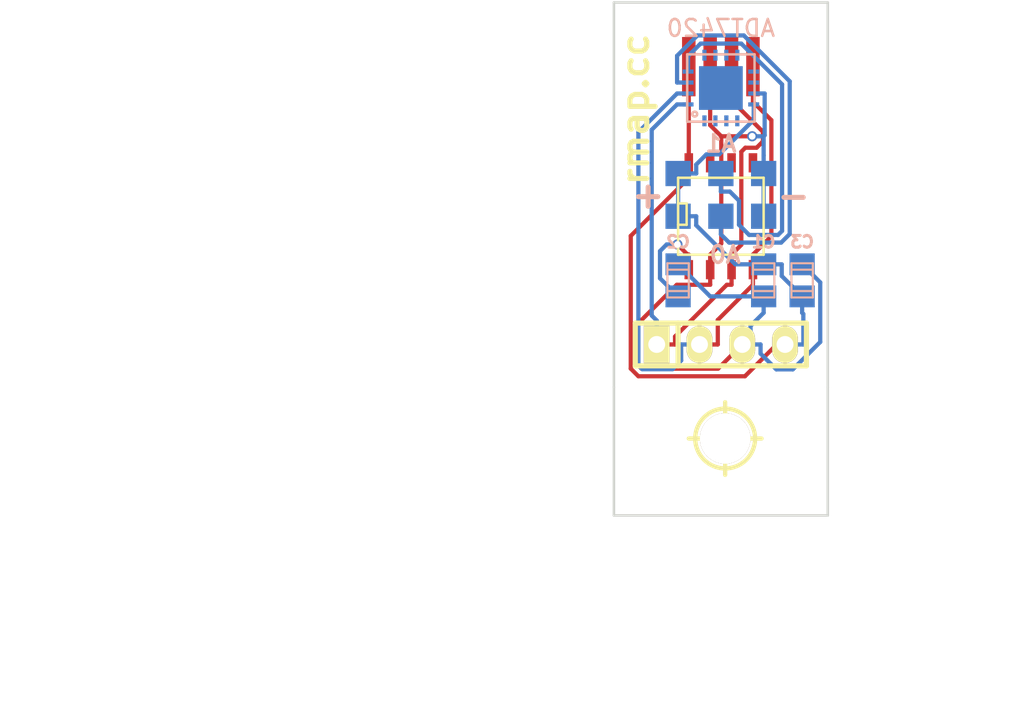
<source format=kicad_pcb>
(kicad_pcb (version 4) (host pcbnew 0.201507032246+5880~23~ubuntu14.04.1-product)

  (general
    (links 24)
    (no_connects 0)
    (area 144.704999 68.504999 157.555001 99.135001)
    (thickness 1.6)
    (drawings 16)
    (tracks 128)
    (zones 0)
    (modules 14)
    (nets 8)
  )

  (page A4)
  (layers
    (0 F.Cu signal)
    (31 B.Cu signal)
    (32 B.Adhes user)
    (33 F.Adhes user)
    (34 B.Paste user)
    (35 F.Paste user)
    (36 B.SilkS user)
    (37 F.SilkS user)
    (38 B.Mask user)
    (39 F.Mask user)
    (40 Dwgs.User user)
    (41 Cmts.User user)
    (42 Eco1.User user)
    (43 Eco2.User user)
    (44 Edge.Cuts user)
    (45 Margin user hide)
    (46 B.CrtYd user hide)
    (47 F.CrtYd user hide)
    (48 B.Fab user hide)
    (49 F.Fab user hide)
  )

  (setup
    (last_trace_width 0.25)
    (trace_clearance 0.2)
    (zone_clearance 0.254)
    (zone_45_only no)
    (trace_min 0.2)
    (segment_width 0.2)
    (edge_width 0.15)
    (via_size 0.6)
    (via_drill 0.4)
    (via_min_size 0.4)
    (via_min_drill 0.3)
    (uvia_size 0.3)
    (uvia_drill 0.1)
    (uvias_allowed no)
    (uvia_min_size 0.2)
    (uvia_min_drill 0.1)
    (pcb_text_width 0.3)
    (pcb_text_size 1.5 1.5)
    (mod_edge_width 0.15)
    (mod_text_size 1 1)
    (mod_text_width 0.15)
    (pad_size 1.50114 1.50114)
    (pad_drill 0)
    (pad_to_mask_clearance 0.2)
    (aux_axis_origin 0 0)
    (visible_elements 7FFFFF7F)
    (pcbplotparams
      (layerselection 0x00030_80000001)
      (usegerberextensions false)
      (excludeedgelayer true)
      (linewidth 0.200000)
      (plotframeref false)
      (viasonmask false)
      (mode 1)
      (useauxorigin false)
      (hpglpennumber 1)
      (hpglpenspeed 20)
      (hpglpendiameter 15)
      (hpglpenoverlay 2)
      (psnegative false)
      (psa4output false)
      (plotreference true)
      (plotvalue true)
      (plotinvisibletext false)
      (padsonsilk false)
      (subtractmaskfromsilk false)
      (outputformat 1)
      (mirror false)
      (drillshape 1)
      (scaleselection 1)
      (outputdirectory ""))
  )

  (net 0 "")
  (net 1 +3.3V)
  (net 2 GND)
  (net 3 "Net-(C2-Pad1)")
  (net 4 SCL)
  (net 5 SDA)
  (net 6 /A0)
  (net 7 /A1)

  (net_class Default "Questo è il gruppo di collegamenti predefinito"
    (clearance 0.2)
    (trace_width 0.25)
    (via_dia 0.6)
    (via_drill 0.4)
    (uvia_dia 0.3)
    (uvia_drill 0.1)
    (add_net +3.3V)
    (add_net /A0)
    (add_net /A1)
    (add_net GND)
    (add_net "Net-(C2-Pad1)")
    (add_net SCL)
    (add_net SDA)
  )

  (module SMD_Packages:SOIC-8-N (layer F.Cu) (tedit 559FE220) (tstamp 559F48F6)
    (at 151.13 81.28)
    (descr "Module Narrow CMS SOJ 8 pins large")
    (tags "CMS SOJ")
    (path /559E9D81)
    (attr smd)
    (fp_text reference U2 (at 0 -1.27) (layer F.SilkS) hide
      (effects (font (size 1 1) (thickness 0.15)))
    )
    (fp_text value HIH6100-SOIC8 (at 0 1.27) (layer F.Fab) hide
      (effects (font (size 1 1) (thickness 0.15)))
    )
    (fp_line (start -2.54 -2.286) (end 2.54 -2.286) (layer F.SilkS) (width 0.15))
    (fp_line (start 2.54 -2.286) (end 2.54 2.286) (layer F.SilkS) (width 0.15))
    (fp_line (start 2.54 2.286) (end -2.54 2.286) (layer F.SilkS) (width 0.15))
    (fp_line (start -2.54 2.286) (end -2.54 -2.286) (layer F.SilkS) (width 0.15))
    (fp_line (start -2.54 -0.762) (end -2.032 -0.762) (layer F.SilkS) (width 0.15))
    (fp_line (start -2.032 -0.762) (end -2.032 0.508) (layer F.SilkS) (width 0.15))
    (fp_line (start -2.032 0.508) (end -2.54 0.508) (layer F.SilkS) (width 0.15))
    (pad 8 smd rect (at -1.905 -3.175) (size 0.508 1.143) (layers F.Cu F.Paste F.Mask)
      (net 1 +3.3V))
    (pad 7 smd rect (at -0.635 -3.175) (size 0.508 1.143) (layers F.Cu F.Paste F.Mask))
    (pad 6 smd rect (at 0.635 -3.175) (size 0.508 1.143) (layers F.Cu F.Paste F.Mask))
    (pad 5 smd rect (at 1.905 -3.175) (size 0.508 1.143) (layers F.Cu F.Paste F.Mask))
    (pad 4 smd rect (at 1.905 3.175) (size 0.508 1.143) (layers F.Cu F.Paste F.Mask)
      (net 5 SDA))
    (pad 3 smd rect (at 0.635 3.175) (size 0.508 1.143) (layers F.Cu F.Paste F.Mask)
      (net 4 SCL))
    (pad 2 smd rect (at -0.635 3.175) (size 0.508 1.143) (layers F.Cu F.Paste F.Mask)
      (net 2 GND))
    (pad 1 smd rect (at -1.905 3.175) (size 0.508 1.143) (layers F.Cu F.Paste F.Mask)
      (net 3 "Net-(C2-Pad1)"))
    (model SMD_Packages.3dshapes/SOIC-8-N.wrl
      (at (xyz 0 0 0))
      (scale (xyz 0.5 0.38 0.5))
      (rotate (xyz 0 0 0))
    )
  )

  (module w_smd_cap:c_0805 (layer B.Cu) (tedit 55A278BF) (tstamp 559F48A2)
    (at 153.67 85.09 90)
    (descr "SMT capacitor, 0805")
    (path /559EA38D)
    (fp_text reference C1 (at 2.286 0 180) (layer B.SilkS)
      (effects (font (size 0.7 0.7) (thickness 0.175)) (justify mirror))
    )
    (fp_text value C (at 0 -0.9906 90) (layer B.SilkS) hide
      (effects (font (size 0.29972 0.29972) (thickness 0.06096)) (justify mirror))
    )
    (fp_line (start 0.635 0.635) (end 0.635 -0.635) (layer B.SilkS) (width 0.127))
    (fp_line (start -0.635 0.635) (end -0.635 -0.6096) (layer B.SilkS) (width 0.127))
    (fp_line (start -1.016 0.635) (end 1.016 0.635) (layer B.SilkS) (width 0.127))
    (fp_line (start 1.016 0.635) (end 1.016 -0.635) (layer B.SilkS) (width 0.127))
    (fp_line (start 1.016 -0.635) (end -1.016 -0.635) (layer B.SilkS) (width 0.127))
    (fp_line (start -1.016 -0.635) (end -1.016 0.635) (layer B.SilkS) (width 0.127))
    (pad 1 smd rect (at 0.9525 0 90) (size 1.30048 1.4986) (layers B.Cu B.Paste B.Mask)
      (net 1 +3.3V))
    (pad 2 smd rect (at -0.9525 0 90) (size 1.30048 1.4986) (layers B.Cu B.Paste B.Mask)
      (net 2 GND))
    (model walter/smd_cap/c_0805.wrl
      (at (xyz 0 0 0))
      (scale (xyz 1 1 1))
      (rotate (xyz 0 0 0))
    )
  )

  (module w_smd_cap:c_0805 (layer B.Cu) (tedit 55A278D9) (tstamp 559F48A8)
    (at 148.59 85.09 270)
    (descr "SMT capacitor, 0805")
    (path /559EA261)
    (fp_text reference C2 (at -2.286 0 360) (layer B.SilkS)
      (effects (font (size 0.7 0.7) (thickness 0.175)) (justify mirror))
    )
    (fp_text value C (at 0 -0.9906 270) (layer B.SilkS) hide
      (effects (font (size 0.29972 0.29972) (thickness 0.06096)) (justify mirror))
    )
    (fp_line (start 0.635 0.635) (end 0.635 -0.635) (layer B.SilkS) (width 0.127))
    (fp_line (start -0.635 0.635) (end -0.635 -0.6096) (layer B.SilkS) (width 0.127))
    (fp_line (start -1.016 0.635) (end 1.016 0.635) (layer B.SilkS) (width 0.127))
    (fp_line (start 1.016 0.635) (end 1.016 -0.635) (layer B.SilkS) (width 0.127))
    (fp_line (start 1.016 -0.635) (end -1.016 -0.635) (layer B.SilkS) (width 0.127))
    (fp_line (start -1.016 -0.635) (end -1.016 0.635) (layer B.SilkS) (width 0.127))
    (pad 1 smd rect (at 0.9525 0 270) (size 1.30048 1.4986) (layers B.Cu B.Paste B.Mask)
      (net 3 "Net-(C2-Pad1)"))
    (pad 2 smd rect (at -0.9525 0 270) (size 1.30048 1.4986) (layers B.Cu B.Paste B.Mask)
      (net 2 GND))
    (model walter/smd_cap/c_0805.wrl
      (at (xyz 0 0 0))
      (scale (xyz 1 1 1))
      (rotate (xyz 0 0 0))
    )
  )

  (module w_smd_cap:c_0805 (layer B.Cu) (tedit 55A278AA) (tstamp 559F48AE)
    (at 155.956 85.09 270)
    (descr "SMT capacitor, 0805")
    (path /559F4863)
    (fp_text reference C3 (at -2.286 0 360) (layer B.SilkS)
      (effects (font (size 0.7 0.7) (thickness 0.175)) (justify mirror))
    )
    (fp_text value C (at 0 -0.9906 270) (layer B.SilkS) hide
      (effects (font (size 0.29972 0.29972) (thickness 0.06096)) (justify mirror))
    )
    (fp_line (start 0.635 0.635) (end 0.635 -0.635) (layer B.SilkS) (width 0.127))
    (fp_line (start -0.635 0.635) (end -0.635 -0.6096) (layer B.SilkS) (width 0.127))
    (fp_line (start -1.016 0.635) (end 1.016 0.635) (layer B.SilkS) (width 0.127))
    (fp_line (start 1.016 0.635) (end 1.016 -0.635) (layer B.SilkS) (width 0.127))
    (fp_line (start 1.016 -0.635) (end -1.016 -0.635) (layer B.SilkS) (width 0.127))
    (fp_line (start -1.016 -0.635) (end -1.016 0.635) (layer B.SilkS) (width 0.127))
    (pad 1 smd rect (at 0.9525 0 270) (size 1.30048 1.4986) (layers B.Cu B.Paste B.Mask)
      (net 1 +3.3V))
    (pad 2 smd rect (at -0.9525 0 270) (size 1.30048 1.4986) (layers B.Cu B.Paste B.Mask)
      (net 2 GND))
    (model walter/smd_cap/c_0805.wrl
      (at (xyz 0 0 0))
      (scale (xyz 1 1 1))
      (rotate (xyz 0 0 0))
    )
  )

  (module w_pin_strip:pin_strip_4 (layer F.Cu) (tedit 559FE1F5) (tstamp 559F48D8)
    (at 151.13 88.9)
    (descr "Pin strip 4pin")
    (tags "CONN DEV")
    (path /559EA456)
    (fp_text reference P3 (at 0 -2.159) (layer F.SilkS) hide
      (effects (font (size 1.016 1.016) (thickness 0.2032)))
    )
    (fp_text value CONN_01X04 (at 0.254 -3.556) (layer F.SilkS) hide
      (effects (font (size 1.016 0.889) (thickness 0.2032)))
    )
    (fp_line (start -2.54 -1.27) (end -2.54 1.27) (layer F.SilkS) (width 0.3048))
    (fp_line (start 5.08 1.27) (end -5.08 1.27) (layer F.SilkS) (width 0.3048))
    (fp_line (start -5.08 -1.27) (end 5.08 -1.27) (layer F.SilkS) (width 0.3048))
    (fp_line (start -5.08 1.27) (end -5.08 -1.27) (layer F.SilkS) (width 0.3048))
    (fp_line (start 5.08 -1.27) (end 5.08 1.27) (layer F.SilkS) (width 0.3048))
    (pad 1 thru_hole rect (at -3.81 0) (size 1.524 2.19964) (drill 1.00076) (layers *.Cu *.Mask F.SilkS)
      (net 4 SCL))
    (pad 2 thru_hole oval (at -1.27 0) (size 1.524 2.19964) (drill 1.00076) (layers *.Cu *.Mask F.SilkS)
      (net 5 SDA))
    (pad 3 thru_hole oval (at 1.27 0) (size 1.524 2.19964) (drill 1.00076) (layers *.Cu *.Mask F.SilkS)
      (net 2 GND))
    (pad 4 thru_hole oval (at 3.81 0) (size 1.524 2.19964) (drill 1.00076) (layers *.Cu *.Mask F.SilkS)
      (net 1 +3.3V))
    (model walter/pin_strip/pin_strip_4.wrl
      (at (xyz 0 0 0))
      (scale (xyz 1 1 1))
      (rotate (xyz 0 0 0))
    )
  )

  (module sip4_angled:SIP4_ANGLED (layer F.Cu) (tedit 559FE226) (tstamp 559F48EA)
    (at 151.13 71.12)
    (path /559E995C)
    (fp_text reference U1 (at 0 6.35) (layer F.SilkS) hide
      (effects (font (size 1 1) (thickness 0.15)))
    )
    (fp_text value HIH6100 (at 0 4.445) (layer F.Fab) hide
      (effects (font (size 1 1) (thickness 0.15)))
    )
    (pad 4 smd rect (at 1.905 1.27) (size 0.8 3.524) (layers F.Cu F.Paste F.Mask)
      (net 5 SDA))
    (pad 3 smd rect (at 0.635 1.27) (size 0.8 3.524) (layers F.Cu F.Paste F.Mask)
      (net 4 SCL))
    (pad 2 smd rect (at -0.635 1.27) (size 0.8 3.524) (layers F.Cu F.Paste F.Mask)
      (net 2 GND))
    (pad 1 smd rect (at -1.905 1.27) (size 0.8 3.524) (layers F.Cu F.Paste F.Mask)
      (net 1 +3.3V))
  )

  (module Measurement_Points:Measurement_Point_Square-SMD-Pad_Small (layer B.Cu) (tedit 55A276CE) (tstamp 559FE1D4)
    (at 153.67 78.74)
    (descr "Mesurement Point, Square, SMD Pad,  1.5mm x 1.5mm,")
    (tags "Mesurement Point, Square, SMD Pad, 1.5mm x 1.5mm,")
    (path /559EB1CB)
    (fp_text reference GND1 (at 0 3.81) (layer B.SilkS) hide
      (effects (font (size 1 1) (thickness 0.15)) (justify mirror))
    )
    (fp_text value GND (at 2.54 -3.81) (layer B.Fab) hide
      (effects (font (size 1 1) (thickness 0.15)) (justify mirror))
    )
    (pad 1 smd rect (at 0 0) (size 1.50114 1.50114) (layers B.Cu B.Paste B.Mask)
      (net 2 GND))
  )

  (module Measurement_Points:Measurement_Point_Square-SMD-Pad_Small (layer B.Cu) (tedit 55A27732) (tstamp 559FE1D8)
    (at 148.59 78.74)
    (descr "Mesurement Point, Square, SMD Pad,  1.5mm x 1.5mm,")
    (tags "Mesurement Point, Square, SMD Pad, 1.5mm x 1.5mm,")
    (path /559EB186)
    (fp_text reference 3.3V1 (at 0 3.81) (layer B.SilkS) hide
      (effects (font (size 1 1) (thickness 0.15)) (justify mirror))
    )
    (fp_text value 3.3V (at 2.54 -3.81) (layer B.Fab) hide
      (effects (font (size 1 1) (thickness 0.15)) (justify mirror))
    )
    (pad 1 smd rect (at 0 0) (size 1.50114 1.50114) (layers B.Cu B.Paste B.Mask)
      (net 1 +3.3V))
  )

  (module Measurement_Points:Measurement_Point_Square-SMD-Pad_Small (layer B.Cu) (tedit 559FE1FA) (tstamp 559FE1DC)
    (at 151.13 81.28)
    (descr "Mesurement Point, Square, SMD Pad,  1.5mm x 1.5mm,")
    (tags "Mesurement Point, Square, SMD Pad, 1.5mm x 1.5mm,")
    (path /559EB156)
    (fp_text reference P4 (at 0 3.81) (layer B.SilkS) hide
      (effects (font (size 1 1) (thickness 0.15)) (justify mirror))
    )
    (fp_text value A0 (at 2.54 -3.81) (layer B.Fab) hide
      (effects (font (size 1 1) (thickness 0.15)) (justify mirror))
    )
    (pad 1 smd rect (at 0 0) (size 1.50114 1.50114) (layers B.Cu B.Paste B.Mask)
      (net 6 /A0))
  )

  (module Measurement_Points:Measurement_Point_Square-SMD-Pad_Small (layer B.Cu) (tedit 559FE1F0) (tstamp 559FE1E0)
    (at 151.13 78.74)
    (descr "Mesurement Point, Square, SMD Pad,  1.5mm x 1.5mm,")
    (tags "Mesurement Point, Square, SMD Pad, 1.5mm x 1.5mm,")
    (path /559EB0AC)
    (fp_text reference A1 (at 0 3.81) (layer B.SilkS) hide
      (effects (font (size 1 1) (thickness 0.15)) (justify mirror))
    )
    (fp_text value A1 (at 2.54 -3.81) (layer B.Fab) hide
      (effects (font (size 1 1) (thickness 0.15)) (justify mirror))
    )
    (pad 1 smd rect (at 0 0) (size 1.50114 1.50114) (layers B.Cu B.Paste B.Mask)
      (net 7 /A1))
  )

  (module LFCSP_WQ_CP16-17:LFCSP_WQ_CP16-17 (layer B.Cu) (tedit 55A27984) (tstamp 55A038FD)
    (at 151.13 73.66)
    (path /559E98C1)
    (fp_text reference IC1 (at 0 3.525) (layer B.SilkS) hide
      (effects (font (size 1 1) (thickness 0.15)) (justify mirror))
    )
    (fp_text value ADT7420 (at 0 -3.556 180) (layer B.SilkS)
      (effects (font (size 1 1) (thickness 0.15)) (justify mirror))
    )
    (fp_circle (center -1.55 1.55) (end -1.45 1.45) (layer B.SilkS) (width 0.15))
    (fp_line (start -2 2) (end 2 2) (layer B.SilkS) (width 0.15))
    (fp_line (start 2 2) (end 2 -2) (layer B.SilkS) (width 0.15))
    (fp_line (start 2 -2) (end -2 -2) (layer B.SilkS) (width 0.15))
    (fp_line (start -2 -2) (end -2 2) (layer B.SilkS) (width 0.15))
    (pad 1 smd rect (at -1.95 0.975) (size 0.65 0.25) (layers B.Cu B.Paste B.Mask)
      (net 4 SCL) (solder_mask_margin 0.07))
    (pad 2 smd rect (at -1.95 0.325) (size 0.65 0.25) (layers B.Cu B.Paste B.Mask)
      (net 5 SDA) (solder_mask_margin 0.07))
    (pad 3 smd rect (at -1.95 -0.325) (size 0.65 0.25) (layers B.Cu B.Paste B.Mask)
      (net 6 /A0) (solder_mask_margin 0.07))
    (pad 4 smd rect (at -1.95 -0.975) (size 0.65 0.25) (layers B.Cu B.Paste B.Mask)
      (net 7 /A1) (solder_mask_margin 0.07))
    (pad 5 smd rect (at -0.975 -1.95 270) (size 0.65 0.25) (layers B.Cu B.Paste B.Mask)
      (solder_mask_margin 0.07))
    (pad 6 smd rect (at -0.325 -1.95 270) (size 0.65 0.25) (layers B.Cu B.Paste B.Mask)
      (solder_mask_margin 0.07))
    (pad 7 smd rect (at 0.325 -1.95 270) (size 0.65 0.25) (layers B.Cu B.Paste B.Mask)
      (solder_mask_margin 0.07))
    (pad 8 smd rect (at 0.975 -1.95 270) (size 0.65 0.25) (layers B.Cu B.Paste B.Mask)
      (solder_mask_margin 0.07))
    (pad 9 smd rect (at 1.95 -0.975 90) (size 0.25 0.65) (layers B.Cu B.Paste B.Mask)
      (solder_mask_margin 0.07))
    (pad 10 smd rect (at 1.95 -0.325 90) (size 0.25 0.65) (layers B.Cu B.Paste B.Mask)
      (solder_mask_margin 0.07))
    (pad 11 smd rect (at 1.95 0.325 90) (size 0.25 0.65) (layers B.Cu B.Paste B.Mask)
      (net 2 GND) (solder_mask_margin 0.07))
    (pad 12 smd rect (at 1.95 0.975 90) (size 0.25 0.65) (layers B.Cu B.Paste B.Mask)
      (net 1 +3.3V) (solder_mask_margin 0.07))
    (pad 13 smd rect (at 0.975 1.95) (size 0.25 0.65) (layers B.Cu B.Paste B.Mask)
      (solder_mask_margin 0.07))
    (pad 14 smd rect (at 0.325 1.95) (size 0.25 0.65) (layers B.Cu B.Paste B.Mask)
      (solder_mask_margin 0.07))
    (pad 15 smd rect (at -0.325 1.95) (size 0.25 0.65) (layers B.Cu B.Paste B.Mask)
      (solder_mask_margin 0.07))
    (pad 16 smd rect (at -0.975 1.95) (size 0.25 0.65) (layers B.Cu B.Paste B.Mask)
      (solder_mask_margin 0.07))
    (pad 17 smd rect (at 0 0) (size 2.6 2.6) (layers B.Cu B.Paste B.Mask))
  )

  (module Measurement_Points:Measurement_Point_Square-SMD-Pad_Small (layer F.Cu) (tedit 55A277C6) (tstamp 55A275B3)
    (at 148.59 81.28)
    (descr "Mesurement Point, Square, SMD Pad,  1.5mm x 1.5mm,")
    (tags "Mesurement Point, Square, SMD Pad, 1.5mm x 1.5mm,")
    (path /55A2743D)
    (fp_text reference 3.3V2 (at 0 -3.81) (layer F.SilkS) hide
      (effects (font (size 1 1) (thickness 0.15)))
    )
    (fp_text value 3.3V (at 2.54 3.81) (layer F.Fab) hide
      (effects (font (size 1 1) (thickness 0.15)))
    )
    (pad 1 smd rect (at 0 0) (size 1.50114 1.50114) (layers B.Cu B.Paste B.Mask)
      (net 1 +3.3V))
  )

  (module Measurement_Points:Measurement_Point_Square-SMD-Pad_Small (layer F.Cu) (tedit 55A276FC) (tstamp 55A275B8)
    (at 153.67 81.28)
    (descr "Mesurement Point, Square, SMD Pad,  1.5mm x 1.5mm,")
    (tags "Mesurement Point, Square, SMD Pad, 1.5mm x 1.5mm,")
    (path /55A27521)
    (fp_text reference GND3 (at 0 -3.81) (layer F.SilkS) hide
      (effects (font (size 1 1) (thickness 0.15)))
    )
    (fp_text value GND (at 2.54 3.81) (layer F.Fab) hide
      (effects (font (size 1 1) (thickness 0.15)))
    )
    (pad 1 smd rect (at 0 0) (size 1.50114 1.50114) (layers B.Cu B.Paste B.Mask)
      (net 2 GND))
  )

  (module w_details:hole_3mm (layer F.Cu) (tedit 55A27907) (tstamp 55A278E9)
    (at 151.384 94.488)
    (descr "Hole 3mm")
    (fp_text reference hole_3mm (at 0 -3.302) (layer F.SilkS) hide
      (effects (font (thickness 0.3048)))
    )
    (fp_text value VAL** (at 5.334 0) (layer F.SilkS) hide
      (effects (font (thickness 0.3048)))
    )
    (fp_line (start 0 -2.159) (end 0 2.159) (layer F.SilkS) (width 0.254))
    (fp_line (start -2.159 0) (end 2.159 0) (layer F.SilkS) (width 0.254))
    (fp_circle (center 0 0) (end 1.778 0) (layer F.SilkS) (width 0.254))
    (pad 1 thru_hole circle (at 0 0) (size 2.99974 2.99974) (drill 2.99974) (layers *.Cu F.SilkS))
    (model walter/details/hole.wrl
      (at (xyz 0 0 0))
      (scale (xyz 1 1 1))
      (rotate (xyz 0 0 0))
    )
  )

  (gr_text - (at 155.448 80.264 180) (layer B.SilkS)
    (effects (font (size 1.5 1.5) (thickness 0.3)) (justify mirror))
  )
  (gr_text + (at 146.812 80.01) (layer B.SilkS)
    (effects (font (size 1.5 1.5) (thickness 0.3)) (justify mirror))
  )
  (gr_text A1 (at 151.13 76.962 -360) (layer B.SilkS)
    (effects (font (size 1 1) (thickness 0.2)) (justify mirror))
  )
  (gr_text A0 (at 151.384 83.566) (layer B.SilkS)
    (effects (font (size 1 1) (thickness 0.2)) (justify mirror))
  )
  (gr_text "Verificare dimensioni package\n" (at 125.73 87.63) (layer Eco2.User)
    (effects (font (size 1.5 1.5) (thickness 0.3)))
  )
  (gr_text rmap.cc (at 146.05 74.93 90) (layer F.SilkS)
    (effects (font (size 1.5 1.5) (thickness 0.3)))
  )
  (dimension 30.48 (width 0.3) (layer Eco2.User)
    (gr_text "30,480 mm" (at 166.45 83.82 270) (layer Eco2.User)
      (effects (font (size 1.5 1.5) (thickness 0.3)))
    )
    (feature1 (pts (xy 157.48 99.06) (xy 167.8 99.06)))
    (feature2 (pts (xy 157.48 68.58) (xy 167.8 68.58)))
    (crossbar (pts (xy 165.1 68.58) (xy 165.1 99.06)))
    (arrow1a (pts (xy 165.1 99.06) (xy 164.513579 97.933496)))
    (arrow1b (pts (xy 165.1 99.06) (xy 165.686421 97.933496)))
    (arrow2a (pts (xy 165.1 68.58) (xy 164.513579 69.706504)))
    (arrow2b (pts (xy 165.1 68.58) (xy 165.686421 69.706504)))
  )
  (dimension 12.7 (width 0.3) (layer Eco2.User)
    (gr_text "12,700 mm" (at 151.13 111.839999) (layer Eco2.User)
      (effects (font (size 1.5 1.5) (thickness 0.3)))
    )
    (feature1 (pts (xy 157.48 99.06) (xy 157.48 113.189999)))
    (feature2 (pts (xy 144.78 99.06) (xy 144.78 113.189999)))
    (crossbar (pts (xy 144.78 110.489999) (xy 157.48 110.489999)))
    (arrow1a (pts (xy 157.48 110.489999) (xy 156.353496 111.07642)))
    (arrow1b (pts (xy 157.48 110.489999) (xy 156.353496 109.903578)))
    (arrow2a (pts (xy 144.78 110.489999) (xy 145.906504 111.07642)))
    (arrow2b (pts (xy 144.78 110.489999) (xy 145.906504 109.903578)))
  )
  (gr_line (start 157.48 99.06) (end 157.48 91.44) (angle 90) (layer Edge.Cuts) (width 0.15))
  (gr_line (start 144.78 99.06) (end 157.48 99.06) (angle 90) (layer Edge.Cuts) (width 0.15))
  (gr_line (start 144.78 91.44) (end 144.78 99.06) (angle 90) (layer Edge.Cuts) (width 0.15))
  (dimension 26.150901 (width 0.3) (layer F.Fab)
    (gr_text "26,151 mm" (at 162.014829 86.057127 60.9453959) (layer F.Fab)
      (effects (font (size 1.5 1.5) (thickness 0.3)))
    )
    (feature1 (pts (xy 144.78 91.44) (xy 156.844942 98.142745)))
    (feature2 (pts (xy 157.48 68.58) (xy 169.544942 75.282745)))
    (crossbar (pts (xy 167.184717 73.971509) (xy 154.484717 96.831509)))
    (arrow1a (pts (xy 154.484717 96.831509) (xy 154.519172 95.561976)))
    (arrow1b (pts (xy 154.484717 96.831509) (xy 155.54442 96.131559)))
    (arrow2a (pts (xy 167.184717 73.971509) (xy 166.125014 74.671459)))
    (arrow2b (pts (xy 167.184717 73.971509) (xy 167.150262 75.241042)))
  )
  (dimension 22.86 (width 0.3) (layer Margin)
    (gr_text "22,860 mm" (at 125.650001 80.01 270) (layer Margin)
      (effects (font (size 1.5 1.5) (thickness 0.3)))
    )
    (feature1 (pts (xy 157.48 91.44) (xy 124.300001 91.44)))
    (feature2 (pts (xy 157.48 68.58) (xy 124.300001 68.58)))
    (crossbar (pts (xy 127.000001 68.58) (xy 127.000001 91.44)))
    (arrow1a (pts (xy 127.000001 91.44) (xy 126.41358 90.313496)))
    (arrow1b (pts (xy 127.000001 91.44) (xy 127.586422 90.313496)))
    (arrow2a (pts (xy 127.000001 68.58) (xy 126.41358 69.706504)))
    (arrow2b (pts (xy 127.000001 68.58) (xy 127.586422 69.706504)))
  )
  (gr_line (start 144.78 68.58) (end 144.78 91.44) (angle 90) (layer Edge.Cuts) (width 0.15))
  (gr_line (start 157.48 68.58) (end 144.78 68.58) (angle 90) (layer Edge.Cuts) (width 0.15))
  (gr_line (start 157.48 91.44) (end 157.48 68.58) (angle 90) (layer Edge.Cuts) (width 0.15))

  (segment (start 148.59 78.74) (end 149.6659 78.74) (width 0.25) (layer B.Cu) (net 1))
  (segment (start 156.0273 87.0893) (end 155.956 87.018) (width 0.25) (layer B.Cu) (net 1))
  (segment (start 156.0273 88.9) (end 156.0273 87.0893) (width 0.25) (layer B.Cu) (net 1))
  (segment (start 154.94 88.9) (end 156.0273 88.9) (width 0.25) (layer B.Cu) (net 1))
  (segment (start 155.956 86.0425) (end 155.956 87.018) (width 0.25) (layer B.Cu) (net 1))
  (segment (start 148.59 81.28) (end 148.59 78.74) (width 0.25) (layer B.Cu) (net 1))
  (segment (start 148.59 81.28) (end 149.6659 81.28) (width 0.25) (layer B.Cu) (net 1))
  (segment (start 154.94 88.9) (end 154.4486 88.9) (width 0.25) (layer F.Cu) (net 1))
  (segment (start 149.225 78.105) (end 149.225 79.0018) (width 0.25) (layer F.Cu) (net 1))
  (segment (start 152.5591 90.7895) (end 154.4486 88.9) (width 0.25) (layer F.Cu) (net 1))
  (segment (start 146.2333 90.7895) (end 152.5591 90.7895) (width 0.25) (layer F.Cu) (net 1))
  (segment (start 145.7792 90.3354) (end 146.2333 90.7895) (width 0.25) (layer F.Cu) (net 1))
  (segment (start 145.7792 82.4476) (end 145.7792 90.3354) (width 0.25) (layer F.Cu) (net 1))
  (segment (start 149.225 79.0018) (end 145.7792 82.4476) (width 0.25) (layer F.Cu) (net 1))
  (segment (start 149.6659 78.208) (end 149.6659 78.74) (width 0.25) (layer B.Cu) (net 1))
  (segment (start 150.2695 77.6044) (end 149.6659 78.208) (width 0.25) (layer B.Cu) (net 1))
  (segment (start 151.0249 77.6044) (end 150.2695 77.6044) (width 0.25) (layer B.Cu) (net 1))
  (segment (start 153.08 75.5493) (end 151.0249 77.6044) (width 0.25) (layer B.Cu) (net 1))
  (segment (start 153.08 74.635) (end 153.08 75.5493) (width 0.25) (layer B.Cu) (net 1))
  (segment (start 151.9854 84.1375) (end 153.67 84.1375) (width 0.25) (layer B.Cu) (net 1))
  (segment (start 149.6659 81.818) (end 151.9854 84.1375) (width 0.25) (layer B.Cu) (net 1))
  (segment (start 149.6659 81.28) (end 149.6659 81.818) (width 0.25) (layer B.Cu) (net 1))
  (segment (start 154.7446 84.8311) (end 155.956 86.0425) (width 0.25) (layer B.Cu) (net 1))
  (segment (start 154.7446 84.1375) (end 154.7446 84.8311) (width 0.25) (layer B.Cu) (net 1))
  (segment (start 153.67 84.1375) (end 154.7446 84.1375) (width 0.25) (layer B.Cu) (net 1))
  (segment (start 149.225 72.39) (end 149.225 78.105) (width 0.25) (layer F.Cu) (net 1))
  (via (at 152.988 76.5285) (size 0.6) (layers F.Cu B.Cu) (net 2))
  (segment (start 153.08 73.985) (end 153.7303 73.985) (width 0.25) (layer B.Cu) (net 2))
  (segment (start 153.67 78.74) (end 153.67 77.6641) (width 0.25) (layer B.Cu) (net 2))
  (segment (start 150.495 72.39) (end 150.495 74.4773) (width 0.25) (layer F.Cu) (net 2))
  (segment (start 153.7303 76.4682) (end 153.67 76.5285) (width 0.25) (layer B.Cu) (net 2))
  (segment (start 153.7303 73.985) (end 153.7303 76.4682) (width 0.25) (layer B.Cu) (net 2))
  (segment (start 153.67 76.5285) (end 153.67 77.6641) (width 0.25) (layer B.Cu) (net 2))
  (segment (start 150.9608 90.3392) (end 152.4 88.9) (width 0.25) (layer F.Cu) (net 2))
  (segment (start 146.4199 90.3392) (end 150.9608 90.3392) (width 0.25) (layer F.Cu) (net 2))
  (segment (start 146.2295 90.1488) (end 146.4199 90.3392) (width 0.25) (layer F.Cu) (net 2))
  (segment (start 146.2295 87.6346) (end 146.2295 90.1488) (width 0.25) (layer F.Cu) (net 2))
  (segment (start 148.5123 85.3518) (end 146.2295 87.6346) (width 0.25) (layer F.Cu) (net 2))
  (segment (start 150.495 85.3518) (end 148.5123 85.3518) (width 0.25) (layer F.Cu) (net 2))
  (segment (start 150.495 84.455) (end 150.495 85.3518) (width 0.25) (layer F.Cu) (net 2))
  (segment (start 150.495 84.455) (end 150.495 83.5582) (width 0.25) (layer F.Cu) (net 2))
  (segment (start 153.67 81.28) (end 153.67 78.74) (width 0.25) (layer B.Cu) (net 2))
  (segment (start 157.0307 85.2122) (end 155.956 84.1375) (width 0.25) (layer B.Cu) (net 2))
  (segment (start 157.0307 88.7515) (end 157.0307 85.2122) (width 0.25) (layer B.Cu) (net 2))
  (segment (start 155.403 90.3792) (end 157.0307 88.7515) (width 0.25) (layer B.Cu) (net 2))
  (segment (start 154.4229 90.3792) (end 155.403 90.3792) (width 0.25) (layer B.Cu) (net 2))
  (segment (start 153.4873 89.4436) (end 154.4229 90.3792) (width 0.25) (layer B.Cu) (net 2))
  (segment (start 153.4873 88.9) (end 153.4873 89.4436) (width 0.25) (layer B.Cu) (net 2))
  (segment (start 150.495 75.8702) (end 151.1533 76.5285) (width 0.25) (layer F.Cu) (net 2))
  (segment (start 150.495 74.4773) (end 150.495 75.8702) (width 0.25) (layer F.Cu) (net 2))
  (segment (start 151.1533 82.8999) (end 150.495 83.5582) (width 0.25) (layer F.Cu) (net 2))
  (segment (start 151.1533 76.5285) (end 151.1533 82.8999) (width 0.25) (layer F.Cu) (net 2))
  (segment (start 153.67 76.5285) (end 152.988 76.5285) (width 0.25) (layer B.Cu) (net 2))
  (segment (start 152.988 76.5285) (end 151.1533 76.5285) (width 0.25) (layer F.Cu) (net 2))
  (segment (start 152.4 88.9) (end 152.8915 88.9) (width 0.25) (layer B.Cu) (net 2))
  (segment (start 152.8915 88.9) (end 153.4873 88.9) (width 0.25) (layer B.Cu) (net 2))
  (segment (start 152.8915 87.7965) (end 153.67 87.018) (width 0.25) (layer B.Cu) (net 2))
  (segment (start 152.8915 88.9) (end 152.8915 87.7965) (width 0.25) (layer B.Cu) (net 2))
  (segment (start 153.67 86.0425) (end 153.67 87.018) (width 0.25) (layer B.Cu) (net 2))
  (segment (start 150.495 86.0425) (end 153.67 86.0425) (width 0.25) (layer B.Cu) (net 2))
  (segment (start 148.59 84.1375) (end 150.495 86.0425) (width 0.25) (layer B.Cu) (net 2))
  (via (at 148.55 82.9563) (size 0.6) (layers F.Cu B.Cu) (net 3))
  (segment (start 147.9116 82.9563) (end 148.55 82.9563) (width 0.25) (layer B.Cu) (net 3))
  (segment (start 147.5153 83.3526) (end 147.9116 82.9563) (width 0.25) (layer B.Cu) (net 3))
  (segment (start 147.5153 84.9678) (end 147.5153 83.3526) (width 0.25) (layer B.Cu) (net 3))
  (segment (start 148.59 86.0425) (end 147.5153 84.9678) (width 0.25) (layer B.Cu) (net 3))
  (segment (start 149.1519 83.5582) (end 149.225 83.5582) (width 0.25) (layer F.Cu) (net 3))
  (segment (start 148.55 82.9563) (end 149.1519 83.5582) (width 0.25) (layer F.Cu) (net 3))
  (segment (start 149.225 84.455) (end 149.225 83.5582) (width 0.25) (layer F.Cu) (net 3))
  (segment (start 148.4073 88.428) (end 148.4073 88.9) (width 0.25) (layer F.Cu) (net 4))
  (segment (start 151.4835 85.3518) (end 148.4073 88.428) (width 0.25) (layer F.Cu) (net 4))
  (segment (start 151.765 85.3518) (end 151.4835 85.3518) (width 0.25) (layer F.Cu) (net 4))
  (segment (start 151.765 84.455) (end 151.765 85.3518) (width 0.25) (layer F.Cu) (net 4))
  (segment (start 147.32 88.9) (end 148.4073 88.9) (width 0.25) (layer F.Cu) (net 4))
  (segment (start 151.765 84.455) (end 151.765 83.5582) (width 0.25) (layer F.Cu) (net 4))
  (segment (start 151.765 72.39) (end 151.765 74.4773) (width 0.25) (layer F.Cu) (net 4))
  (segment (start 152.3443 82.9789) (end 151.765 83.5582) (width 0.25) (layer F.Cu) (net 4))
  (segment (start 152.3443 77.446) (end 152.3443 82.9789) (width 0.25) (layer F.Cu) (net 4))
  (segment (start 152.5822 77.2081) (end 152.3443 77.446) (width 0.25) (layer F.Cu) (net 4))
  (segment (start 153.2537 77.2081) (end 152.5822 77.2081) (width 0.25) (layer F.Cu) (net 4))
  (segment (start 153.626 76.8358) (end 153.2537 77.2081) (width 0.25) (layer F.Cu) (net 4))
  (segment (start 153.626 76.2591) (end 153.626 76.8358) (width 0.25) (layer F.Cu) (net 4))
  (segment (start 151.8442 74.4773) (end 153.626 76.2591) (width 0.25) (layer F.Cu) (net 4))
  (segment (start 151.765 74.4773) (end 151.8442 74.4773) (width 0.25) (layer F.Cu) (net 4))
  (segment (start 149.18 74.635) (end 148.5297 74.635) (width 0.25) (layer B.Cu) (net 4))
  (segment (start 147.32 88.9) (end 147.32 87.4749) (width 0.25) (layer B.Cu) (net 4))
  (segment (start 147.0239 76.1408) (end 148.5297 74.635) (width 0.25) (layer B.Cu) (net 4))
  (segment (start 147.0239 87.1788) (end 147.0239 76.1408) (width 0.25) (layer B.Cu) (net 4))
  (segment (start 147.32 87.4749) (end 147.0239 87.1788) (width 0.25) (layer B.Cu) (net 4))
  (segment (start 149.86 88.9) (end 150.9473 88.9) (width 0.25) (layer F.Cu) (net 5))
  (segment (start 153.035 72.39) (end 153.035 74.4773) (width 0.25) (layer F.Cu) (net 5))
  (segment (start 150.9473 87.4395) (end 153.035 85.3518) (width 0.25) (layer F.Cu) (net 5))
  (segment (start 150.9473 88.9) (end 150.9473 87.4395) (width 0.25) (layer F.Cu) (net 5))
  (segment (start 153.035 84.455) (end 153.035 85.3518) (width 0.25) (layer F.Cu) (net 5))
  (segment (start 153.035 84.455) (end 153.035 83.5582) (width 0.25) (layer F.Cu) (net 5))
  (segment (start 154.1295 75.5718) (end 153.035 74.4773) (width 0.25) (layer F.Cu) (net 5))
  (segment (start 154.1295 82.4637) (end 154.1295 75.5718) (width 0.25) (layer F.Cu) (net 5))
  (segment (start 153.035 83.5582) (end 154.1295 82.4637) (width 0.25) (layer F.Cu) (net 5))
  (segment (start 148.7727 89.8514) (end 148.7727 88.9) (width 0.25) (layer B.Cu) (net 5))
  (segment (start 148.2519 90.3722) (end 148.7727 89.8514) (width 0.25) (layer B.Cu) (net 5))
  (segment (start 146.467 90.3722) (end 148.2519 90.3722) (width 0.25) (layer B.Cu) (net 5))
  (segment (start 146.2326 90.1378) (end 146.467 90.3722) (width 0.25) (layer B.Cu) (net 5))
  (segment (start 146.2326 76.2821) (end 146.2326 90.1378) (width 0.25) (layer B.Cu) (net 5))
  (segment (start 148.5297 73.985) (end 146.2326 76.2821) (width 0.25) (layer B.Cu) (net 5))
  (segment (start 149.18 73.985) (end 148.5297 73.985) (width 0.25) (layer B.Cu) (net 5))
  (segment (start 149.86 88.9) (end 148.7727 88.9) (width 0.25) (layer B.Cu) (net 5))
  (segment (start 151.6194 82.8453) (end 151.13 82.3559) (width 0.25) (layer B.Cu) (net 6))
  (segment (start 154.7091 82.8453) (end 151.6194 82.8453) (width 0.25) (layer B.Cu) (net 6))
  (segment (start 155.2185 82.3359) (end 154.7091 82.8453) (width 0.25) (layer B.Cu) (net 6))
  (segment (start 155.2185 73.2619) (end 155.2185 82.3359) (width 0.25) (layer B.Cu) (net 6))
  (segment (start 152.4928 70.5362) (end 155.2185 73.2619) (width 0.25) (layer B.Cu) (net 6))
  (segment (start 149.7374 70.5362) (end 152.4928 70.5362) (width 0.25) (layer B.Cu) (net 6))
  (segment (start 148.5297 71.7439) (end 149.7374 70.5362) (width 0.25) (layer B.Cu) (net 6))
  (segment (start 148.5297 73.335) (end 148.5297 71.7439) (width 0.25) (layer B.Cu) (net 6))
  (segment (start 149.18 73.335) (end 148.5297 73.335) (width 0.25) (layer B.Cu) (net 6))
  (segment (start 151.13 81.28) (end 151.13 82.3559) (width 0.25) (layer B.Cu) (net 6))
  (segment (start 151.13 78.74) (end 151.13 79.8159) (width 0.25) (layer B.Cu) (net 7))
  (segment (start 151.668 79.8159) (end 151.13 79.8159) (width 0.25) (layer B.Cu) (net 7))
  (segment (start 152.2059 80.3538) (end 151.668 79.8159) (width 0.25) (layer B.Cu) (net 7))
  (segment (start 152.2059 81.7887) (end 152.2059 80.3538) (width 0.25) (layer B.Cu) (net 7))
  (segment (start 152.8082 82.391) (end 152.2059 81.7887) (width 0.25) (layer B.Cu) (net 7))
  (segment (start 154.5252 82.391) (end 152.8082 82.391) (width 0.25) (layer B.Cu) (net 7))
  (segment (start 154.7645 82.1517) (end 154.5252 82.391) (width 0.25) (layer B.Cu) (net 7))
  (segment (start 154.7645 73.4449) (end 154.7645 82.1517) (width 0.25) (layer B.Cu) (net 7))
  (segment (start 152.3399 71.0203) (end 154.7645 73.4449) (width 0.25) (layer B.Cu) (net 7))
  (segment (start 149.9262 71.0203) (end 152.3399 71.0203) (width 0.25) (layer B.Cu) (net 7))
  (segment (start 149.18 71.7665) (end 149.9262 71.0203) (width 0.25) (layer B.Cu) (net 7))
  (segment (start 149.18 72.685) (end 149.18 71.7665) (width 0.25) (layer B.Cu) (net 7))

  (zone (net 0) (net_name "") (layer B.Cu) (tstamp 559FE2D7) (hatch edge 0.508)
    (connect_pads (clearance 0.254))
    (min_thickness 0.508)
    (keepout (tracks not_allowed) (vias not_allowed) (copperpour allowed))
    (fill (arc_segments 16) (thermal_gap 0.509) (thermal_bridge_width 0.509))
    (polygon
      (pts
        (xy 152.4 74.93) (xy 149.86 74.93) (xy 149.86 72.39) (xy 152.4 72.39)
      )
    )
  )
)

</source>
